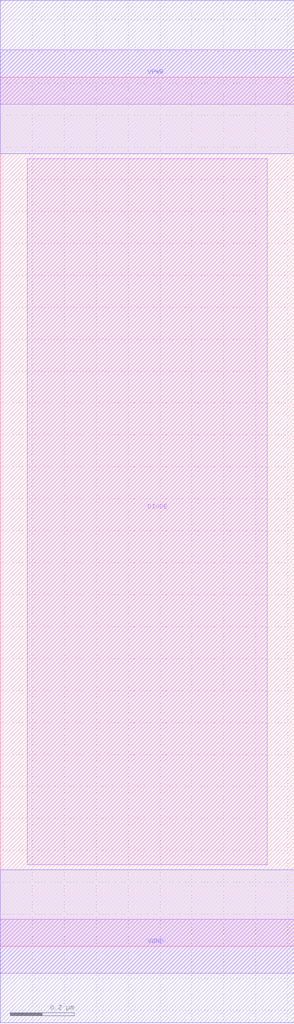
<source format=lef>
# Copyright 2020 The SkyWater PDK Authors
#
# Licensed under the Apache License, Version 2.0 (the "License");
# you may not use this file except in compliance with the License.
# You may obtain a copy of the License at
#
#     https://www.apache.org/licenses/LICENSE-2.0
#
# Unless required by applicable law or agreed to in writing, software
# distributed under the License is distributed on an "AS IS" BASIS,
# WITHOUT WARRANTIES OR CONDITIONS OF ANY KIND, either express or implied.
# See the License for the specific language governing permissions and
# limitations under the License.
#
# SPDX-License-Identifier: Apache-2.0

VERSION 5.5 ;
NAMESCASESENSITIVE ON ;
BUSBITCHARS "[]" ;
DIVIDERCHAR "/" ;
MACRO sky130_fd_sc_hd__diode_2
  CLASS CORE ;
  SOURCE USER ;
  ORIGIN  0.000000  0.000000 ;
  SIZE  0.920000 BY  2.720000 ;
  SYMMETRY X Y R90 ;
  SITE unithd ;
  PIN DIODE
    ANTENNAGATEAREA  0.000000 ;
    DIRECTION INPUT ;
    USE SIGNAL ;
    PORT
      LAYER li1 ;
        RECT 0.085000 0.255000 0.835000 2.465000 ;
    END
  END DIODE
  PIN VGND
    DIRECTION INOUT ;
    SHAPE ABUTMENT ;
    USE GROUND ;
    PORT
      LAYER li1 ;
        RECT 0.000000 -0.085000 0.920000 0.085000 ;
    END
    PORT
      LAYER met1 ;
        RECT 0.000000 -0.240000 0.920000 0.240000 ;
    END
  END VGND
  PIN VPWR
    DIRECTION INOUT ;
    SHAPE ABUTMENT ;
    USE POWER ;
    PORT
      LAYER li1 ;
        RECT 0.000000 2.635000 0.920000 2.805000 ;
    END
    PORT
      LAYER met1 ;
        RECT 0.000000 2.480000 0.920000 2.960000 ;
    END
  END VPWR
  OBS
  END
END sky130_fd_sc_hd__diode_2
END LIBRARY

</source>
